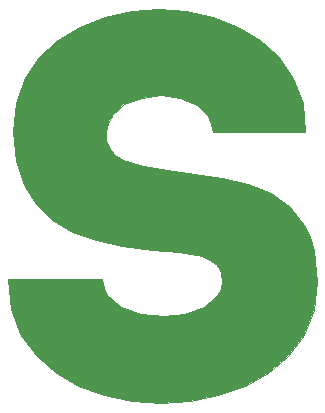
<source format=gto>
G04 #@! TF.FileFunction,Legend,Top*
%FSLAX46Y46*%
G04 Gerber Fmt 4.6, Leading zero omitted, Abs format (unit mm)*
G04 Created by KiCad (PCBNEW 4.0.0-rc2-stable) date 3/3/2016 3:47:34 PM*
%MOMM*%
G01*
G04 APERTURE LIST*
%ADD10C,0.150000*%
%ADD11C,0.025400*%
G04 APERTURE END LIST*
D10*
D11*
G36*
X66451854Y-18436858D02*
X68726585Y-18922919D01*
X70849652Y-19732560D01*
X72729978Y-20865661D01*
X74308608Y-22323104D01*
X75528053Y-24105000D01*
X76297243Y-26221391D01*
X76521664Y-28671500D01*
X68672595Y-28671500D01*
X68581685Y-27947765D01*
X68580708Y-27944233D01*
X68302304Y-27311533D01*
X68299655Y-27307663D01*
X67326415Y-26335465D01*
X67322396Y-26332757D01*
X65956036Y-25753607D01*
X65952547Y-25752685D01*
X64353547Y-25566685D01*
X64350673Y-25566678D01*
X62682728Y-25752576D01*
X62679680Y-25753305D01*
X61196530Y-26308906D01*
X61192535Y-26311318D01*
X60126735Y-27261168D01*
X60123929Y-27264767D01*
X59799730Y-27885166D01*
X59798530Y-27888572D01*
X59659278Y-28589123D01*
X59659042Y-28592036D01*
X59687942Y-29431738D01*
X59688879Y-29436108D01*
X59961733Y-30103356D01*
X59964096Y-30107097D01*
X60438591Y-30628448D01*
X60441173Y-30630620D01*
X61079276Y-31036020D01*
X61082264Y-31037411D01*
X62772511Y-31570810D01*
X62774333Y-31571240D01*
X64812930Y-31896391D01*
X64813200Y-31896432D01*
X69515050Y-32543098D01*
X71678667Y-33058162D01*
X73587599Y-33862005D01*
X75195753Y-35013378D01*
X76456082Y-36568205D01*
X76931339Y-37526588D01*
X77270226Y-38648643D01*
X77542660Y-41378880D01*
X77259183Y-43766784D01*
X76408903Y-45843079D01*
X75090579Y-47600456D01*
X73401703Y-49034727D01*
X71405551Y-50151227D01*
X69166445Y-50956559D01*
X66770409Y-51442653D01*
X64305194Y-51605077D01*
X61874532Y-51442655D01*
X59490751Y-50956565D01*
X57269604Y-50145729D01*
X55325884Y-49011517D01*
X53694835Y-47548372D01*
X52410951Y-45750940D01*
X51589540Y-43605716D01*
X51348488Y-41114500D01*
X59336929Y-41114500D01*
X59444270Y-41838562D01*
X59445583Y-41842592D01*
X59776386Y-42474192D01*
X59779555Y-42478097D01*
X60961005Y-43452599D01*
X60964921Y-43454800D01*
X62632975Y-44033902D01*
X62635911Y-44034544D01*
X64536551Y-44219390D01*
X64539056Y-44219386D01*
X66368416Y-44034586D01*
X66371316Y-44033944D01*
X67970210Y-43477246D01*
X67974044Y-43475107D01*
X69086550Y-42570905D01*
X69089687Y-42567135D01*
X69402832Y-41993435D01*
X69404229Y-41989335D01*
X69507874Y-41334382D01*
X69507893Y-41330537D01*
X69392148Y-40548690D01*
X69390503Y-40544063D01*
X69042954Y-39959163D01*
X69039919Y-39955693D01*
X68489717Y-39520095D01*
X68487098Y-39518494D01*
X67763199Y-39188790D01*
X67760368Y-39187883D01*
X65860873Y-38817085D01*
X65859460Y-38816891D01*
X63566219Y-38632111D01*
X61047828Y-38342756D01*
X58773816Y-37845433D01*
X56777681Y-37104861D01*
X55094645Y-36086532D01*
X53736559Y-34768467D01*
X52712969Y-33125849D01*
X52059363Y-31113907D01*
X51811396Y-28685284D01*
X52035979Y-26221386D01*
X52805182Y-24104985D01*
X54019018Y-22323121D01*
X55581053Y-20865624D01*
X57443497Y-19732549D01*
X59560955Y-18922914D01*
X61823480Y-18436856D01*
X64120390Y-18274431D01*
X66451854Y-18436858D01*
X66451854Y-18436858D01*
G37*
X66451854Y-18436858D02*
X68726585Y-18922919D01*
X70849652Y-19732560D01*
X72729978Y-20865661D01*
X74308608Y-22323104D01*
X75528053Y-24105000D01*
X76297243Y-26221391D01*
X76521664Y-28671500D01*
X68672595Y-28671500D01*
X68581685Y-27947765D01*
X68580708Y-27944233D01*
X68302304Y-27311533D01*
X68299655Y-27307663D01*
X67326415Y-26335465D01*
X67322396Y-26332757D01*
X65956036Y-25753607D01*
X65952547Y-25752685D01*
X64353547Y-25566685D01*
X64350673Y-25566678D01*
X62682728Y-25752576D01*
X62679680Y-25753305D01*
X61196530Y-26308906D01*
X61192535Y-26311318D01*
X60126735Y-27261168D01*
X60123929Y-27264767D01*
X59799730Y-27885166D01*
X59798530Y-27888572D01*
X59659278Y-28589123D01*
X59659042Y-28592036D01*
X59687942Y-29431738D01*
X59688879Y-29436108D01*
X59961733Y-30103356D01*
X59964096Y-30107097D01*
X60438591Y-30628448D01*
X60441173Y-30630620D01*
X61079276Y-31036020D01*
X61082264Y-31037411D01*
X62772511Y-31570810D01*
X62774333Y-31571240D01*
X64812930Y-31896391D01*
X64813200Y-31896432D01*
X69515050Y-32543098D01*
X71678667Y-33058162D01*
X73587599Y-33862005D01*
X75195753Y-35013378D01*
X76456082Y-36568205D01*
X76931339Y-37526588D01*
X77270226Y-38648643D01*
X77542660Y-41378880D01*
X77259183Y-43766784D01*
X76408903Y-45843079D01*
X75090579Y-47600456D01*
X73401703Y-49034727D01*
X71405551Y-50151227D01*
X69166445Y-50956559D01*
X66770409Y-51442653D01*
X64305194Y-51605077D01*
X61874532Y-51442655D01*
X59490751Y-50956565D01*
X57269604Y-50145729D01*
X55325884Y-49011517D01*
X53694835Y-47548372D01*
X52410951Y-45750940D01*
X51589540Y-43605716D01*
X51348488Y-41114500D01*
X59336929Y-41114500D01*
X59444270Y-41838562D01*
X59445583Y-41842592D01*
X59776386Y-42474192D01*
X59779555Y-42478097D01*
X60961005Y-43452599D01*
X60964921Y-43454800D01*
X62632975Y-44033902D01*
X62635911Y-44034544D01*
X64536551Y-44219390D01*
X64539056Y-44219386D01*
X66368416Y-44034586D01*
X66371316Y-44033944D01*
X67970210Y-43477246D01*
X67974044Y-43475107D01*
X69086550Y-42570905D01*
X69089687Y-42567135D01*
X69402832Y-41993435D01*
X69404229Y-41989335D01*
X69507874Y-41334382D01*
X69507893Y-41330537D01*
X69392148Y-40548690D01*
X69390503Y-40544063D01*
X69042954Y-39959163D01*
X69039919Y-39955693D01*
X68489717Y-39520095D01*
X68487098Y-39518494D01*
X67763199Y-39188790D01*
X67760368Y-39187883D01*
X65860873Y-38817085D01*
X65859460Y-38816891D01*
X63566219Y-38632111D01*
X61047828Y-38342756D01*
X58773816Y-37845433D01*
X56777681Y-37104861D01*
X55094645Y-36086532D01*
X53736559Y-34768467D01*
X52712969Y-33125849D01*
X52059363Y-31113907D01*
X51811396Y-28685284D01*
X52035979Y-26221386D01*
X52805182Y-24104985D01*
X54019018Y-22323121D01*
X55581053Y-20865624D01*
X57443497Y-19732549D01*
X59560955Y-18922914D01*
X61823480Y-18436856D01*
X64120390Y-18274431D01*
X66451854Y-18436858D01*
M02*

</source>
